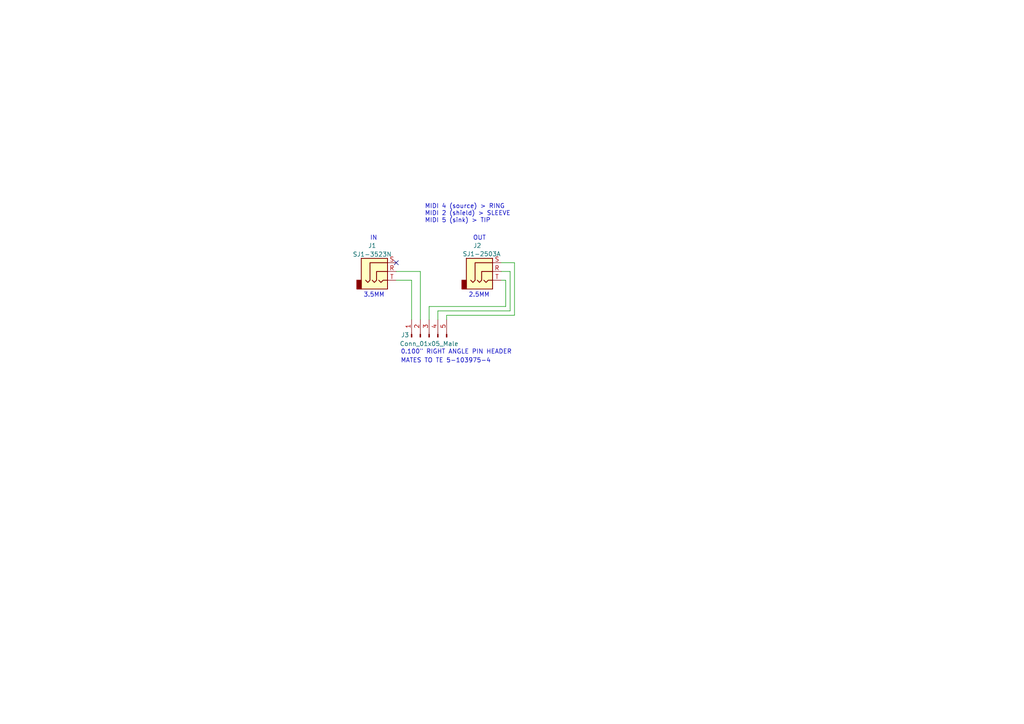
<source format=kicad_sch>
(kicad_sch (version 20211123) (generator eeschema)
  (paper "A4")
  (lib_symbols
    (symbol "Connector:AudioJack3"
      (property "Reference" "J" (at 0 8.89 0))
      (property "Value" "AudioJack3" (at 0 6.35 0))
      (symbol "AudioJack3_0_1"
        (rectangle (start -5.08 -5.08) (end -6.35 -2.54) (stroke (width 0.254)) (fill (type outline)))
        (polyline (pts (xy 0 -2.54) (xy 0.635 -3.175) (xy 1.27 -2.54) (xy 2.54 -2.54)) (stroke (width 0.254)))
        (polyline (pts (xy -1.905 -2.54) (xy -1.27 -3.175) (xy -0.635 -2.54) (xy -0.635 0) (xy 2.54 0)) (stroke (width 0.254)))
        (polyline (pts (xy 2.54 2.54) (xy -2.54 2.54) (xy -2.54 -2.54) (xy -3.175 -3.175) (xy -3.81 -2.54)) (stroke (width 0.254)))
        (rectangle (start 2.54 3.81) (end -5.08 -5.08) (stroke (width 0.254)) (fill (type background)))
      )
      (symbol "AudioJack3_1_1"
        (pin passive line (at 5.08 0 180) (length 2.54) (name "~") (number "R"))
        (pin passive line (at 5.08 2.54 180) (length 2.54) (name "~") (number "S"))
        (pin passive line (at 5.08 -2.54 180) (length 2.54) (name "~") (number "T"))
      )
    )
    (symbol "Connector:Conn_01x05_Male" (pin_names (offset 1.016) hide)
      (property "Reference" "J" (at 0 7.62 0))
      (property "Value" "Conn_01x05_Male" (at 0 -7.62 0))
      (symbol "Conn_01x05_Male_1_1"
        (polyline (pts (xy 1.27 -5.08) (xy 0.8636 -5.08)) (stroke (width 0.1524)))
        (polyline (pts (xy 1.27 -2.54) (xy 0.8636 -2.54)) (stroke (width 0.1524)))
        (polyline (pts (xy 1.27 0) (xy 0.8636 0)) (stroke (width 0.1524)))
        (polyline (pts (xy 1.27 2.54) (xy 0.8636 2.54)) (stroke (width 0.1524)))
        (polyline (pts (xy 1.27 5.08) (xy 0.8636 5.08)) (stroke (width 0.1524)))
        (rectangle (start 0.8636 -4.953) (end 0 -5.207) (stroke (width 0.1524)) (fill (type outline)))
        (rectangle (start 0.8636 -2.413) (end 0 -2.667) (stroke (width 0.1524)) (fill (type outline)))
        (rectangle (start 0.8636 0.127) (end 0 -0.127) (stroke (width 0.1524)) (fill (type outline)))
        (rectangle (start 0.8636 2.667) (end 0 2.413) (stroke (width 0.1524)) (fill (type outline)))
        (rectangle (start 0.8636 5.207) (end 0 4.953) (stroke (width 0.1524)) (fill (type outline)))
        (pin passive line (at 5.08 5.08 180) (length 3.81) (name "Pin_1") (number "1"))
        (pin passive line (at 5.08 2.54 180) (length 3.81) (name "Pin_2") (number "2"))
        (pin passive line (at 5.08 0 180) (length 3.81) (name "Pin_3") (number "3"))
        (pin passive line (at 5.08 -2.54 180) (length 3.81) (name "Pin_4") (number "4"))
        (pin passive line (at 5.08 -5.08 180) (length 3.81) (name "Pin_5") (number "5"))
      )
    )
  )
  (no_connect (at 114.935 76.2))
  (wire (pts (xy 127 90.17) (xy 127 92.71)))
  (wire (pts (xy 145.415 76.2) (xy 149.225 76.2)))
  (wire (pts (xy 147.955 78.74) (xy 147.955 90.17)))
  (wire (pts (xy 149.225 91.44) (xy 129.54 91.44)))
  (wire (pts (xy 146.685 88.9) (xy 124.46 88.9)))
  (wire (pts (xy 129.54 91.44) (xy 129.54 92.71)))
  (wire (pts (xy 147.955 90.17) (xy 127 90.17)))
  (wire (pts (xy 146.685 81.28) (xy 146.685 88.9)))
  (wire (pts (xy 121.92 78.74) (xy 121.92 92.71)))
  (wire (pts (xy 119.38 81.28) (xy 119.38 92.71)))
  (wire (pts (xy 145.415 81.28) (xy 146.685 81.28)))
  (wire (pts (xy 149.225 76.2) (xy 149.225 91.44)))
  (wire (pts (xy 145.415 78.74) (xy 147.955 78.74)))
  (wire (pts (xy 114.935 81.28) (xy 119.38 81.28)))
  (wire (pts (xy 114.935 78.74) (xy 121.92 78.74)))
  (wire (pts (xy 124.46 88.9) (xy 124.46 92.71)))
  (text "3.5MM" (at 105.41 86.36 0) (effects (font (size 1.27 1.27)) (justify left bottom)))
  (text "MIDI 4 (source) > RING\nMIDI 2 (shield) > SLEEVE\nMIDI 5 (sink) > TIP" (at 123.19 64.77 0) (effects (font (size 1.27 1.27)) (justify left bottom)))
  (text "IN" (at 107.315 69.85 0) (effects (font (size 1.27 1.27)) (justify left bottom)))
  (text "2.5MM" (at 135.89 86.36 0) (effects (font (size 1.27 1.27)) (justify left bottom)))
  (text "OUT" (at 137.16 69.85 0) (effects (font (size 1.27 1.27)) (justify left bottom)))
  (text "MATES TO TE 5-103975-4" (at 116.205 105.41 0) (effects (font (size 1.27 1.27)) (justify left bottom)))
  (text "0.100\" RIGHT ANGLE PIN HEADER" (at 116.205 102.87 0) (effects (font (size 1.27 1.27)) (justify left bottom)))
  (symbol (lib_id "Connector:AudioJack3") (at 109.855 78.74 0) (unit 1)
    (property "Reference" "J1" (at 107.95 71.2302 0))
    (property "Value" "SJ1-3523N" (at 107.95 73.7671 0))
    (property "Footprint" "MyFootprints:CUI_SJ1-3523N" (effects hide))
  )
  (symbol (lib_id "Connector:Conn_01x05_Male") (at 124.46 97.79 90) (unit 1)
    (property "Reference" "J3" (at 117.475 97.155 90))
    (property "Value" "Conn_01x05_Male" (at 124.46 99.695 90))
    (property "Footprint" "Connector_PinHeader_2.54mm:PinHeader_1x05_P2.54mm_Horizontal" (effects hide))
  )
  (symbol (lib_id "Connector:AudioJack3") (at 140.335 78.74 0) (unit 1)
    (property "Reference" "J2" (at 138.43 71.2302 0))
    (property "Value" "SJ1-2503A" (at 139.7 73.66 0))
    (property "Footprint" "MyFootprints:CUI_SJ1-2503A" (effects hide))
  )
)
</source>
